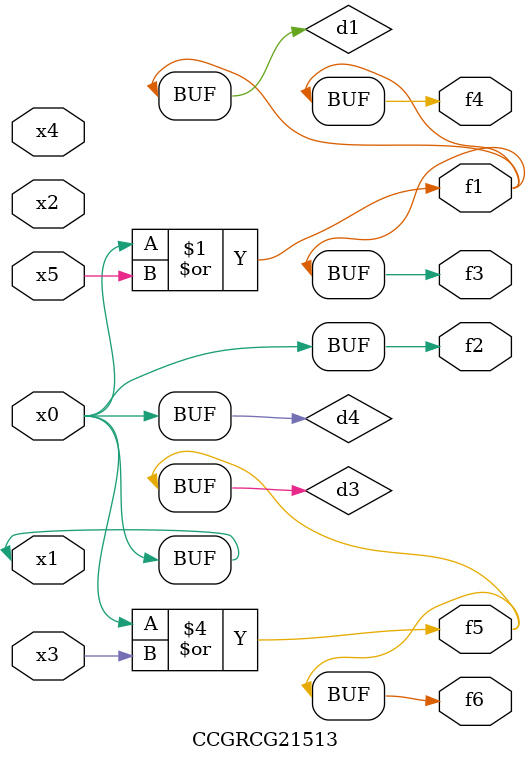
<source format=v>
module CCGRCG21513(
	input x0, x1, x2, x3, x4, x5,
	output f1, f2, f3, f4, f5, f6
);

	wire d1, d2, d3, d4;

	or (d1, x0, x5);
	xnor (d2, x1, x4);
	or (d3, x0, x3);
	buf (d4, x0, x1);
	assign f1 = d1;
	assign f2 = d4;
	assign f3 = d1;
	assign f4 = d1;
	assign f5 = d3;
	assign f6 = d3;
endmodule

</source>
